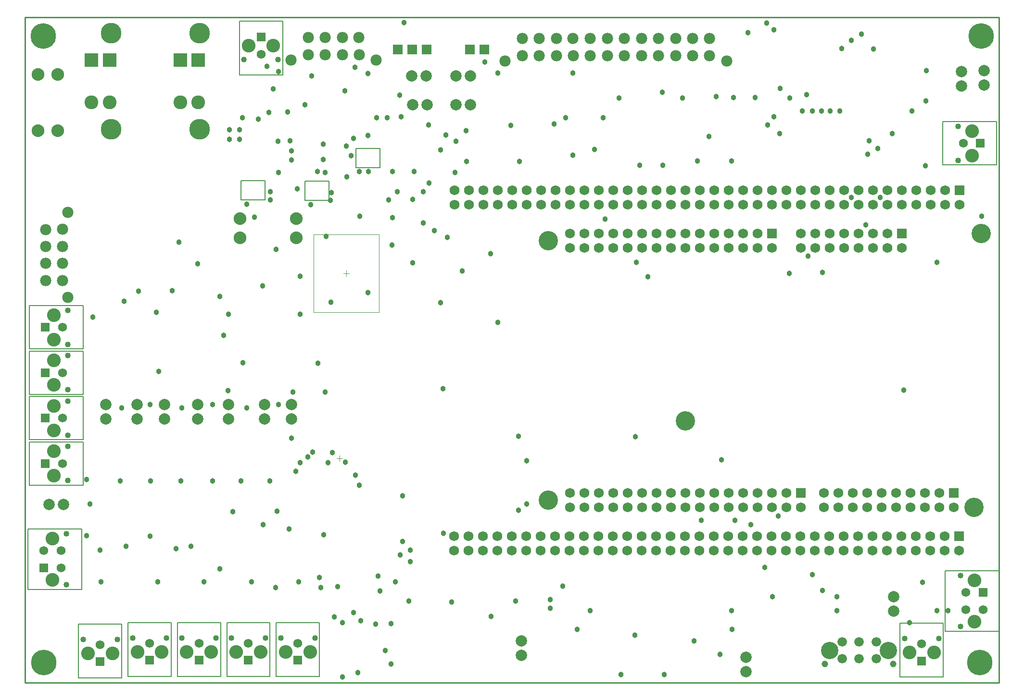
<source format=gbs>
G04*
G04 #@! TF.GenerationSoftware,Altium Limited,Altium Designer,23.1.1 (15)*
G04*
G04 Layer_Color=16711935*
%FSLAX25Y25*%
%MOIN*%
G70*
G04*
G04 #@! TF.SameCoordinates,19538D7C-5156-4110-B39B-F750BC4F8D1F*
G04*
G04*
G04 #@! TF.FilePolarity,Negative*
G04*
G01*
G75*
%ADD11C,0.00787*%
%ADD14C,0.01000*%
%ADD19C,0.00394*%
%ADD20C,0.00197*%
%ADD71C,0.03800*%
%ADD86R,0.06824X0.06824*%
%ADD87C,0.06824*%
%ADD88C,0.13398*%
%ADD89C,0.14379*%
%ADD90C,0.09576*%
%ADD91R,0.09576X0.09576*%
%ADD92R,0.06181X0.06181*%
%ADD93C,0.06181*%
%ADD94C,0.04016*%
%ADD95C,0.09488*%
%ADD96C,0.08800*%
%ADD97C,0.07800*%
%ADD98R,0.06181X0.06181*%
%ADD99C,0.04616*%
%ADD100C,0.12057*%
%ADD101C,0.06584*%
%ADD102C,0.17729*%
%ADD103C,0.07887*%
%ADD104R,0.06800X0.06800*%
D11*
X148575Y460724D02*
X178496D01*
X148575D02*
Y498008D01*
X178496D01*
Y460724D02*
Y498008D01*
X635831Y398228D02*
Y428150D01*
X673114D01*
Y398228D02*
Y428150D01*
X635831Y398228D02*
X673114D01*
X637630Y74728D02*
X674913D01*
Y116461D01*
X637630D02*
X674913D01*
X637630Y74728D02*
Y116461D01*
X193887Y387032D02*
X210447D01*
Y373646D02*
Y387032D01*
X193887Y373646D02*
X210447D01*
X193887D02*
Y387032D01*
X39181Y103728D02*
Y145461D01*
X1898Y103728D02*
X39181D01*
X1898D02*
Y145461D01*
X39181D01*
X606350Y42886D02*
Y80169D01*
Y42886D02*
X636272D01*
Y80169D01*
X606350D02*
X636272D01*
X229220Y396307D02*
Y409693D01*
Y396307D02*
X245780D01*
Y409693D01*
X229220D02*
X245780D01*
X149720Y373807D02*
Y387193D01*
Y373807D02*
X166280D01*
Y387193D01*
X149720D02*
X166280D01*
X2898Y205961D02*
X40181D01*
X2898Y176039D02*
Y205961D01*
Y176039D02*
X40181D01*
Y205961D01*
X2898Y237461D02*
X40181D01*
X2898Y207539D02*
Y237461D01*
Y207539D02*
X40181D01*
Y237461D01*
X2898Y268961D02*
X40181D01*
X2898Y239039D02*
Y268961D01*
Y239039D02*
X40181D01*
Y268961D01*
X139789Y43398D02*
Y80681D01*
Y43398D02*
X169711D01*
Y80681D01*
X139789D02*
X169711D01*
X71289Y43398D02*
Y80681D01*
Y43398D02*
X101211D01*
Y80681D01*
X71289D02*
X101211D01*
X174039Y43398D02*
Y80681D01*
Y43398D02*
X203961D01*
Y80681D01*
X174039D02*
X203961D01*
X37039Y79681D02*
X66961D01*
Y42398D02*
Y79681D01*
X37039Y42398D02*
X66961D01*
X37039D02*
Y79681D01*
X105539Y43398D02*
Y80681D01*
Y43398D02*
X135461D01*
Y80681D01*
X105539D02*
X135461D01*
X2898Y300461D02*
X40181D01*
X2898Y270539D02*
Y300461D01*
Y270539D02*
X40181D01*
Y300461D01*
D14*
X0Y500500D02*
X675000D01*
Y39000D02*
Y500500D01*
X0Y39000D02*
X675000D01*
X0D02*
Y500500D01*
D19*
X218000Y192532D02*
Y196468D01*
X216032Y194500D02*
X219969D01*
X220532Y323000D02*
X224468D01*
X222500Y321031D02*
Y324969D01*
D20*
X245138Y296031D02*
Y349969D01*
X199862Y296031D02*
Y349969D01*
X245138D01*
X199862Y296031D02*
X245138D01*
D71*
X336500Y425500D02*
D03*
X254750Y361750D02*
D03*
X254250Y342750D02*
D03*
X148500Y422500D02*
D03*
X141500Y416000D02*
D03*
X148500D02*
D03*
X141500Y422500D02*
D03*
X280000Y385500D02*
D03*
X298000Y393000D02*
D03*
X238000Y393500D02*
D03*
X269500D02*
D03*
X231500D02*
D03*
X254500D02*
D03*
X135000Y306799D02*
D03*
X237500Y418500D02*
D03*
X288000Y408500D02*
D03*
X102000Y311000D02*
D03*
X164500Y314299D02*
D03*
X288000Y302500D02*
D03*
X91000Y296000D02*
D03*
X212000Y303000D02*
D03*
X342500Y400500D02*
D03*
X379500Y405000D02*
D03*
X211500Y373500D02*
D03*
X268750Y374250D02*
D03*
X252000Y374000D02*
D03*
X291500Y419000D02*
D03*
X305500Y422000D02*
D03*
X279500Y426000D02*
D03*
X298500Y414500D02*
D03*
X243500Y431000D02*
D03*
X292500Y348000D02*
D03*
X228500Y466000D02*
D03*
X237500Y461500D02*
D03*
X259500Y446500D02*
D03*
X221500Y449500D02*
D03*
X198500Y460000D02*
D03*
X172000Y451000D02*
D03*
X169000Y434500D02*
D03*
X150500Y431000D02*
D03*
X161500Y430000D02*
D03*
X167500Y466500D02*
D03*
X232000Y362500D02*
D03*
X182000Y435000D02*
D03*
X183500Y415000D02*
D03*
X184500Y401500D02*
D03*
Y408000D02*
D03*
X175386Y414437D02*
D03*
X206500Y412500D02*
D03*
Y402000D02*
D03*
X194000Y440000D02*
D03*
X222571Y411406D02*
D03*
X223000Y390000D02*
D03*
X226000Y404500D02*
D03*
X258000Y379500D02*
D03*
X260500Y431500D02*
D03*
X251000Y431000D02*
D03*
X237500Y309500D02*
D03*
X268750Y330250D02*
D03*
X208500Y348500D02*
D03*
X601000Y420000D02*
D03*
X591000Y409500D02*
D03*
X584000Y405500D02*
D03*
X175500Y463000D02*
D03*
X276000Y358000D02*
D03*
X283500Y352501D02*
D03*
X42500Y180000D02*
D03*
X119500Y329500D02*
D03*
X174000Y339500D02*
D03*
X303000Y324750D02*
D03*
X170000Y374000D02*
D03*
Y379500D02*
D03*
X402000Y360500D02*
D03*
X159000Y362000D02*
D03*
X106500Y344500D02*
D03*
X175500Y393000D02*
D03*
X188500Y381500D02*
D03*
X413000Y44500D02*
D03*
X422500Y72000D02*
D03*
X391500Y89000D02*
D03*
X220000Y43000D02*
D03*
X230500Y46000D02*
D03*
X579500Y489000D02*
D03*
X572500Y484500D02*
D03*
X566000Y479000D02*
D03*
X585000Y415000D02*
D03*
X474000Y418000D02*
D03*
X529500Y323000D02*
D03*
X552500Y323500D02*
D03*
X530000Y444500D02*
D03*
X622000Y108500D02*
D03*
X663000Y362500D02*
D03*
X632000Y330500D02*
D03*
X624420Y442546D02*
D03*
X542500Y335000D02*
D03*
X564500Y435500D02*
D03*
X609000Y242000D02*
D03*
X541500Y447000D02*
D03*
X588000Y478500D02*
D03*
X379500Y462000D02*
D03*
X327500D02*
D03*
X592500Y375500D02*
D03*
X394500Y409000D02*
D03*
X318500Y469500D02*
D03*
X523000Y420000D02*
D03*
X523250Y451250D02*
D03*
X552000Y435500D02*
D03*
X545500D02*
D03*
X558000D02*
D03*
X519000Y431500D02*
D03*
Y492000D02*
D03*
X514000Y496500D02*
D03*
X514500Y426000D02*
D03*
X501000Y490000D02*
D03*
X538500Y435500D02*
D03*
X423500Y330500D02*
D03*
X276000Y379500D02*
D03*
X212250Y379059D02*
D03*
X327500Y289000D02*
D03*
X47000Y292500D02*
D03*
X130000Y179000D02*
D03*
X249500Y61115D02*
D03*
X423000Y209500D02*
D03*
X342000Y210000D02*
D03*
Y158500D02*
D03*
X174500Y158000D02*
D03*
X220000Y80500D02*
D03*
X214313Y84707D02*
D03*
X205000Y105000D02*
D03*
X173500D02*
D03*
X639500Y89000D02*
D03*
X632000D02*
D03*
X624500Y463500D02*
D03*
X135000Y118000D02*
D03*
X261500Y137000D02*
D03*
X290000Y142500D02*
D03*
X261500Y168500D02*
D03*
X52000Y131000D02*
D03*
X267000Y123000D02*
D03*
Y131000D02*
D03*
X260000Y127500D02*
D03*
X443000Y44500D02*
D03*
X382500Y76000D02*
D03*
X490000D02*
D03*
X489500Y89000D02*
D03*
X545500Y114000D02*
D03*
X518000Y98500D02*
D03*
X562500D02*
D03*
X364000Y96500D02*
D03*
X562500Y89000D02*
D03*
X364000Y90500D02*
D03*
X372500Y106000D02*
D03*
X347500Y193000D02*
D03*
Y163000D02*
D03*
X613000Y80500D02*
D03*
X552500Y103000D02*
D03*
X463500Y68000D02*
D03*
X295500Y95000D02*
D03*
X213000Y198500D02*
D03*
X222000Y192000D02*
D03*
X202500Y393500D02*
D03*
X68500Y303500D02*
D03*
X144000Y157665D02*
D03*
X42500Y141000D02*
D03*
X86500Y140500D02*
D03*
X70000Y133500D02*
D03*
X92000Y109000D02*
D03*
X104500Y132000D02*
D03*
X124000Y109000D02*
D03*
X246000Y102500D02*
D03*
X253500Y80000D02*
D03*
X243000Y79500D02*
D03*
X323000Y85000D02*
D03*
X489500Y401000D02*
D03*
X441500Y448500D02*
D03*
X491000Y445000D02*
D03*
X66000Y179000D02*
D03*
X45000Y163000D02*
D03*
X614500Y435500D02*
D03*
X466000Y401000D02*
D03*
X582500Y356500D02*
D03*
X479000Y445500D02*
D03*
X506000Y445000D02*
D03*
X426047Y398047D02*
D03*
X442095Y398095D02*
D03*
X400500Y431000D02*
D03*
X374500D02*
D03*
X455500Y444500D02*
D03*
X411500D02*
D03*
X366500Y426500D02*
D03*
X262500Y497000D02*
D03*
X306000Y400500D02*
D03*
X227500Y416500D02*
D03*
X208000Y393000D02*
D03*
X431500Y320500D02*
D03*
X190500Y321000D02*
D03*
X198000Y370500D02*
D03*
X572500Y375500D02*
D03*
X153500Y371000D02*
D03*
X190500Y294500D02*
D03*
X141000D02*
D03*
X78500Y310500D02*
D03*
X151000Y261000D02*
D03*
X184750Y208750D02*
D03*
X289500Y243000D02*
D03*
X199294Y198881D02*
D03*
X203000Y260500D02*
D03*
X207000Y141500D02*
D03*
X140500Y241500D02*
D03*
X185500Y240500D02*
D03*
X208000D02*
D03*
X210000Y191500D02*
D03*
X266000Y95500D02*
D03*
X256500Y109000D02*
D03*
X227500Y87500D02*
D03*
X216500Y105500D02*
D03*
X204000Y112000D02*
D03*
X244500Y113000D02*
D03*
X512500Y119000D02*
D03*
X468757Y151750D02*
D03*
X492000Y151500D02*
D03*
X340000Y95500D02*
D03*
X503000Y148500D02*
D03*
X187500Y185500D02*
D03*
X190500Y191500D02*
D03*
X196000Y195500D02*
D03*
X229000Y183000D02*
D03*
X231500Y176000D02*
D03*
X183000Y145500D02*
D03*
X92500Y255000D02*
D03*
X482500Y193500D02*
D03*
X137500Y280000D02*
D03*
X86500Y232000D02*
D03*
X175500D02*
D03*
X130000D02*
D03*
X153500Y229500D02*
D03*
X108500D02*
D03*
X67000D02*
D03*
X115000Y133500D02*
D03*
X232500Y82000D02*
D03*
X165000Y148500D02*
D03*
X253500Y52000D02*
D03*
X624000Y397500D02*
D03*
X481500Y58500D02*
D03*
X189500Y109000D02*
D03*
X157000D02*
D03*
X52500D02*
D03*
X522000Y154500D02*
D03*
X169500Y179000D02*
D03*
X149500D02*
D03*
X108000D02*
D03*
X87000D02*
D03*
X322500Y336500D02*
D03*
D86*
X647500Y380500D02*
D03*
X647421Y140500D02*
D03*
X607500Y350500D02*
D03*
X517500D02*
D03*
X643500Y170500D02*
D03*
X537500D02*
D03*
D87*
X647500Y370500D02*
D03*
X637500Y380500D02*
D03*
Y370500D02*
D03*
X627500Y380500D02*
D03*
Y370500D02*
D03*
X617500Y380500D02*
D03*
Y370500D02*
D03*
X607500Y380500D02*
D03*
Y370500D02*
D03*
X597500Y380500D02*
D03*
Y370500D02*
D03*
X587500Y380500D02*
D03*
Y370500D02*
D03*
X577500Y380500D02*
D03*
Y370500D02*
D03*
X567500Y380500D02*
D03*
Y370500D02*
D03*
X557500Y380500D02*
D03*
Y370500D02*
D03*
X547500Y380500D02*
D03*
Y370500D02*
D03*
X537500Y380500D02*
D03*
Y370500D02*
D03*
X527500Y380500D02*
D03*
Y370500D02*
D03*
X517500Y380500D02*
D03*
Y370500D02*
D03*
X507500Y380500D02*
D03*
Y370500D02*
D03*
X497500Y380500D02*
D03*
Y370500D02*
D03*
X487500Y380500D02*
D03*
Y370500D02*
D03*
X477500Y380500D02*
D03*
Y370500D02*
D03*
X467500Y380500D02*
D03*
Y370500D02*
D03*
X457500Y380500D02*
D03*
Y370500D02*
D03*
X447500Y380500D02*
D03*
Y370500D02*
D03*
X437500Y380500D02*
D03*
Y370500D02*
D03*
X427500Y380500D02*
D03*
Y370500D02*
D03*
X417500Y380500D02*
D03*
Y370500D02*
D03*
X407500Y380500D02*
D03*
Y370500D02*
D03*
X397500Y380500D02*
D03*
Y370500D02*
D03*
X387500Y380500D02*
D03*
Y370500D02*
D03*
X377500Y380500D02*
D03*
Y370500D02*
D03*
X367500Y380500D02*
D03*
Y370500D02*
D03*
X357500Y380500D02*
D03*
Y370500D02*
D03*
X347500Y380500D02*
D03*
Y370500D02*
D03*
X337500Y380500D02*
D03*
Y370500D02*
D03*
X327500Y380500D02*
D03*
Y370500D02*
D03*
X317500Y380500D02*
D03*
Y370500D02*
D03*
X307500Y380500D02*
D03*
Y370500D02*
D03*
X647421Y130500D02*
D03*
X607500Y340500D02*
D03*
X597500Y350500D02*
D03*
Y340500D02*
D03*
X587500Y350500D02*
D03*
Y340500D02*
D03*
X577500Y350500D02*
D03*
Y340500D02*
D03*
X567500Y350500D02*
D03*
Y340500D02*
D03*
X557500Y350500D02*
D03*
Y340500D02*
D03*
X547500Y350500D02*
D03*
Y340500D02*
D03*
X537500Y350500D02*
D03*
Y340500D02*
D03*
X517500D02*
D03*
X507500Y350500D02*
D03*
Y340500D02*
D03*
X497500Y350500D02*
D03*
Y340500D02*
D03*
X487500Y350500D02*
D03*
Y340500D02*
D03*
X477500Y350500D02*
D03*
Y340500D02*
D03*
X467500Y350500D02*
D03*
Y340500D02*
D03*
X457500Y350500D02*
D03*
Y340500D02*
D03*
X447500Y350500D02*
D03*
Y340500D02*
D03*
X437500Y350500D02*
D03*
Y340500D02*
D03*
X427500Y350500D02*
D03*
Y340500D02*
D03*
X417500Y350500D02*
D03*
Y340500D02*
D03*
X407500Y350500D02*
D03*
Y340500D02*
D03*
X397500Y350500D02*
D03*
Y340500D02*
D03*
X387500Y350500D02*
D03*
Y340500D02*
D03*
X643500Y160500D02*
D03*
X537500D02*
D03*
X527500Y170500D02*
D03*
Y160500D02*
D03*
X517500Y170500D02*
D03*
Y160500D02*
D03*
X507500Y170500D02*
D03*
Y160500D02*
D03*
X497500Y170500D02*
D03*
Y160500D02*
D03*
X487500Y170500D02*
D03*
Y160500D02*
D03*
X477500Y170500D02*
D03*
Y160500D02*
D03*
X467500Y170500D02*
D03*
Y160500D02*
D03*
X457500Y170500D02*
D03*
Y160500D02*
D03*
X447500Y170500D02*
D03*
Y160500D02*
D03*
X437500Y170500D02*
D03*
Y160500D02*
D03*
X427500Y170500D02*
D03*
Y160500D02*
D03*
X417500Y170500D02*
D03*
Y160500D02*
D03*
X407500Y170500D02*
D03*
Y160500D02*
D03*
X397500Y170500D02*
D03*
Y160500D02*
D03*
X387500Y170500D02*
D03*
Y160500D02*
D03*
X297500Y380500D02*
D03*
Y370500D02*
D03*
X633500Y170500D02*
D03*
Y160500D02*
D03*
X623500Y170500D02*
D03*
Y160500D02*
D03*
X613500Y170500D02*
D03*
Y160500D02*
D03*
X603500Y170500D02*
D03*
Y160500D02*
D03*
X593500Y170500D02*
D03*
Y160500D02*
D03*
X583500Y170500D02*
D03*
Y160500D02*
D03*
X573500Y170500D02*
D03*
Y160500D02*
D03*
X563500Y170500D02*
D03*
Y160500D02*
D03*
X553500Y170500D02*
D03*
Y160500D02*
D03*
X377500Y350500D02*
D03*
Y340500D02*
D03*
Y170500D02*
D03*
Y160500D02*
D03*
X637421Y140500D02*
D03*
Y130500D02*
D03*
X627421Y140500D02*
D03*
Y130500D02*
D03*
X617421Y140500D02*
D03*
Y130500D02*
D03*
X607421Y140500D02*
D03*
Y130500D02*
D03*
X597421Y140500D02*
D03*
Y130500D02*
D03*
X587421Y140500D02*
D03*
Y130500D02*
D03*
X577421Y140500D02*
D03*
Y130500D02*
D03*
X567421Y140500D02*
D03*
Y130500D02*
D03*
X557421Y140500D02*
D03*
Y130500D02*
D03*
X547421Y140500D02*
D03*
Y130500D02*
D03*
X537421Y140500D02*
D03*
Y130500D02*
D03*
X527421Y140500D02*
D03*
Y130500D02*
D03*
X517421Y140500D02*
D03*
Y130500D02*
D03*
X507421Y140500D02*
D03*
Y130500D02*
D03*
X497421Y140500D02*
D03*
Y130500D02*
D03*
X487421Y140500D02*
D03*
Y130500D02*
D03*
X477421Y140500D02*
D03*
Y130500D02*
D03*
X467421Y140500D02*
D03*
Y130500D02*
D03*
X457421Y140500D02*
D03*
Y130500D02*
D03*
X447421Y140500D02*
D03*
Y130500D02*
D03*
X437421Y140500D02*
D03*
Y130500D02*
D03*
X427421Y140500D02*
D03*
Y130500D02*
D03*
X417421Y140500D02*
D03*
Y130500D02*
D03*
X407421Y140500D02*
D03*
Y130500D02*
D03*
X397421Y140500D02*
D03*
Y130500D02*
D03*
X387421Y140500D02*
D03*
Y130500D02*
D03*
X377421Y140500D02*
D03*
Y130500D02*
D03*
X367421Y140500D02*
D03*
Y130500D02*
D03*
X357421Y140500D02*
D03*
Y130500D02*
D03*
X347421Y140500D02*
D03*
Y130500D02*
D03*
X337421Y140500D02*
D03*
Y130500D02*
D03*
X327421Y140500D02*
D03*
Y130500D02*
D03*
X317421Y140500D02*
D03*
Y130500D02*
D03*
X307421Y140500D02*
D03*
Y130500D02*
D03*
X297421Y140500D02*
D03*
Y130500D02*
D03*
D88*
X362500Y345500D02*
D03*
Y165500D02*
D03*
X657500Y160500D02*
D03*
X457500Y220500D02*
D03*
X662500Y350500D02*
D03*
D89*
X120984Y422799D02*
D03*
Y489701D02*
D03*
X59504Y422799D02*
D03*
Y489701D02*
D03*
D90*
X107480Y441500D02*
D03*
X120000D02*
D03*
X46000D02*
D03*
X58520D02*
D03*
D91*
X107480Y471000D02*
D03*
X120000D02*
D03*
X46000D02*
D03*
X58520D02*
D03*
D92*
X163535Y486905D02*
D03*
X621311Y53988D02*
D03*
X154750Y54500D02*
D03*
X86250D02*
D03*
X189000D02*
D03*
X52000Y53500D02*
D03*
X120500Y54500D02*
D03*
D93*
X163535Y475095D02*
D03*
X650201Y413189D02*
D03*
X652000Y89689D02*
D03*
Y101500D02*
D03*
X663811Y89689D02*
D03*
X13000Y130500D02*
D03*
X24811Y118689D02*
D03*
Y130500D02*
D03*
X621311Y65799D02*
D03*
X25811Y191000D02*
D03*
Y222500D02*
D03*
Y254000D02*
D03*
X154750Y66311D02*
D03*
X86250D02*
D03*
X189000D02*
D03*
X52000Y65311D02*
D03*
X120500Y66311D02*
D03*
X25811Y285500D02*
D03*
D94*
X175347Y471394D02*
D03*
X151724D02*
D03*
X646500Y401378D02*
D03*
Y425000D02*
D03*
X648299Y77878D02*
D03*
Y113311D02*
D03*
X28512Y106878D02*
D03*
Y142311D02*
D03*
X633122Y69500D02*
D03*
X609500D02*
D03*
X29512Y179189D02*
D03*
Y202811D02*
D03*
Y210689D02*
D03*
Y234311D02*
D03*
Y242189D02*
D03*
Y265811D02*
D03*
X166561Y70012D02*
D03*
X142939D02*
D03*
X98061D02*
D03*
X74439D02*
D03*
X200811D02*
D03*
X177189D02*
D03*
X40189Y69012D02*
D03*
X63811D02*
D03*
X132311Y70012D02*
D03*
X108689D02*
D03*
X29512Y273689D02*
D03*
Y297311D02*
D03*
D95*
X172000Y481000D02*
D03*
X155071D02*
D03*
X656106Y404724D02*
D03*
Y421654D02*
D03*
X657905Y109965D02*
D03*
Y81224D02*
D03*
X18905Y138965D02*
D03*
Y110224D02*
D03*
X629776Y59894D02*
D03*
X612847D02*
D03*
X19906Y182535D02*
D03*
Y199465D02*
D03*
Y214035D02*
D03*
Y230965D02*
D03*
Y245535D02*
D03*
Y262465D02*
D03*
X163215Y60405D02*
D03*
X146285D02*
D03*
X94715D02*
D03*
X77785D02*
D03*
X197465D02*
D03*
X180535D02*
D03*
X43535Y59405D02*
D03*
X60465D02*
D03*
X128965Y60405D02*
D03*
X112035D02*
D03*
X19906Y277035D02*
D03*
Y293965D02*
D03*
D96*
X9000Y461000D02*
D03*
Y422000D02*
D03*
X22500D02*
D03*
Y461000D02*
D03*
X149000Y361000D02*
D03*
X188000D02*
D03*
Y347500D02*
D03*
X149000D02*
D03*
D97*
X332700Y470300D02*
D03*
X486200D02*
D03*
X450800Y474000D02*
D03*
X438900D02*
D03*
X403500D02*
D03*
X415300D02*
D03*
X391700D02*
D03*
X427100D02*
D03*
Y485800D02*
D03*
X391700D02*
D03*
X415300D02*
D03*
X403500D02*
D03*
X438900D02*
D03*
X379700D02*
D03*
X379900Y474000D02*
D03*
X368100D02*
D03*
Y485800D02*
D03*
X450800D02*
D03*
X356300D02*
D03*
X344500D02*
D03*
Y474000D02*
D03*
X356300D02*
D03*
X474400Y485800D02*
D03*
X462600D02*
D03*
Y474000D02*
D03*
X474400D02*
D03*
X29700Y306300D02*
D03*
Y365300D02*
D03*
X14200Y353300D02*
D03*
X26000Y353500D02*
D03*
Y341700D02*
D03*
X14200D02*
D03*
Y329900D02*
D03*
Y318100D02*
D03*
X26000D02*
D03*
Y329900D02*
D03*
X208000Y474700D02*
D03*
X196200D02*
D03*
Y486500D02*
D03*
X208000D02*
D03*
X219800D02*
D03*
Y474700D02*
D03*
X231600D02*
D03*
X231400Y486500D02*
D03*
X243400Y471000D02*
D03*
X184400D02*
D03*
D98*
X662012Y413189D02*
D03*
X663811Y101500D02*
D03*
X13000Y118689D02*
D03*
X14000Y191000D02*
D03*
Y222500D02*
D03*
Y254000D02*
D03*
Y285500D02*
D03*
D99*
X601622Y51799D02*
D03*
X554378D02*
D03*
D100*
X598276Y61405D02*
D03*
X557724D02*
D03*
D101*
X589811Y55500D02*
D03*
X578000D02*
D03*
X566189D02*
D03*
X589811Y67311D02*
D03*
X578000D02*
D03*
X566189D02*
D03*
D102*
X662500Y487500D02*
D03*
X12500D02*
D03*
X13000Y53000D02*
D03*
X661500D02*
D03*
D103*
X664500Y453500D02*
D03*
Y463500D02*
D03*
X308500Y440000D02*
D03*
X298500D02*
D03*
X308500Y460000D02*
D03*
X298500D02*
D03*
X278500Y440000D02*
D03*
X268500D02*
D03*
X278000Y460000D02*
D03*
X268000D02*
D03*
X344000Y68000D02*
D03*
Y58000D02*
D03*
X96500Y232000D02*
D03*
Y222000D02*
D03*
X499500Y56500D02*
D03*
Y46500D02*
D03*
X119500Y222000D02*
D03*
Y232000D02*
D03*
X26500Y162500D02*
D03*
X16500D02*
D03*
X184500Y232000D02*
D03*
Y222000D02*
D03*
X166000Y232000D02*
D03*
Y222000D02*
D03*
X77667Y232000D02*
D03*
Y222000D02*
D03*
X56000Y232000D02*
D03*
Y222000D02*
D03*
X141000Y232000D02*
D03*
Y222000D02*
D03*
X602000Y88500D02*
D03*
Y98500D02*
D03*
X649000Y463000D02*
D03*
Y453000D02*
D03*
D104*
X258150Y478138D02*
D03*
X268150D02*
D03*
X278150D02*
D03*
X308150D02*
D03*
X318150D02*
D03*
M02*

</source>
